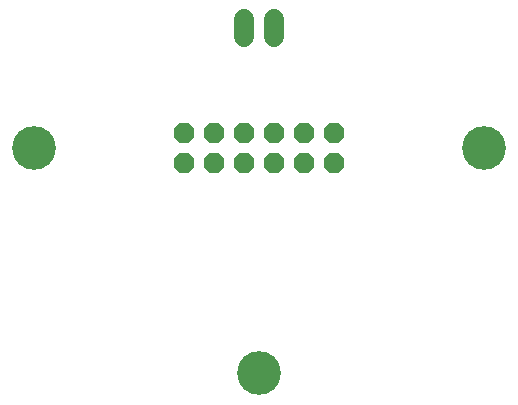
<source format=gbs>
G04 EAGLE Gerber X2 export*
G75*
%MOMM*%
%FSLAX34Y34*%
%LPD*%
%AMOC8*
5,1,8,0,0,1.08239X$1,22.5*%
G01*
%ADD10C,3.703200*%
%ADD11P,1.869504X8X22.500000*%
%ADD12C,1.727200*%


D10*
X190500Y0D03*
X0Y-190500D03*
X-190500Y0D03*
D11*
X-63500Y-12700D03*
X-63500Y12700D03*
X-38100Y-12700D03*
X-38100Y12700D03*
X-12700Y-12700D03*
X-12700Y12700D03*
X12700Y-12700D03*
X12700Y12700D03*
X38100Y-12700D03*
X38100Y12700D03*
X63500Y-12700D03*
X63500Y12700D03*
D12*
X-12700Y93980D02*
X-12700Y109220D01*
X12700Y109220D02*
X12700Y93980D01*
M02*

</source>
